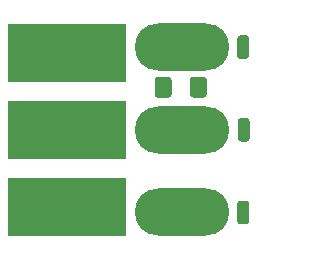
<source format=gbr>
G04 #@! TF.GenerationSoftware,KiCad,Pcbnew,8.0.4+1*
G04 #@! TF.CreationDate,2024-10-21T12:07:58+00:00*
G04 #@! TF.ProjectId,KCD1-102-board,4b434431-2d31-4303-922d-626f6172642e,rev?*
G04 #@! TF.SameCoordinates,Original*
G04 #@! TF.FileFunction,Soldermask,Top*
G04 #@! TF.FilePolarity,Negative*
%FSLAX46Y46*%
G04 Gerber Fmt 4.6, Leading zero omitted, Abs format (unit mm)*
G04 Created by KiCad (PCBNEW 8.0.4+1) date 2024-10-21 12:07:58*
%MOMM*%
%LPD*%
G01*
G04 APERTURE LIST*
%ADD10R,10.000000X5.000000*%
%ADD11O,8.000000X4.000000*%
G04 APERTURE END LIST*
D10*
X90250000Y-70500000D03*
X90250000Y-64000000D03*
G36*
G01*
X97712500Y-67524999D02*
X97712500Y-66275001D01*
G75*
G02*
X97962501Y-66025000I250001J0D01*
G01*
X98887499Y-66025000D01*
G75*
G02*
X99137500Y-66275001I0J-250001D01*
G01*
X99137500Y-67524999D01*
G75*
G02*
X98887499Y-67775000I-250001J0D01*
G01*
X97962501Y-67775000D01*
G75*
G02*
X97712500Y-67524999I0J250001D01*
G01*
G37*
G36*
G01*
X100687500Y-67524999D02*
X100687500Y-66275001D01*
G75*
G02*
X100937501Y-66025000I250001J0D01*
G01*
X101862499Y-66025000D01*
G75*
G02*
X102112500Y-66275001I0J-250001D01*
G01*
X102112500Y-67524999D01*
G75*
G02*
X101862499Y-67775000I-250001J0D01*
G01*
X100937501Y-67775000D01*
G75*
G02*
X100687500Y-67524999I0J250001D01*
G01*
G37*
G36*
G01*
X104750000Y-71250000D02*
X104750000Y-69750000D01*
G75*
G02*
X105000000Y-69500000I250000J0D01*
G01*
X105500000Y-69500000D01*
G75*
G02*
X105750000Y-69750000I0J-250000D01*
G01*
X105750000Y-71250000D01*
G75*
G02*
X105500000Y-71500000I-250000J0D01*
G01*
X105000000Y-71500000D01*
G75*
G02*
X104750000Y-71250000I0J250000D01*
G01*
G37*
X90250000Y-77000000D03*
G36*
G01*
X104700000Y-64250000D02*
X104700000Y-62750000D01*
G75*
G02*
X104950000Y-62500000I250000J0D01*
G01*
X105450000Y-62500000D01*
G75*
G02*
X105700000Y-62750000I0J-250000D01*
G01*
X105700000Y-64250000D01*
G75*
G02*
X105450000Y-64500000I-250000J0D01*
G01*
X104950000Y-64500000D01*
G75*
G02*
X104700000Y-64250000I0J250000D01*
G01*
G37*
G36*
G01*
X104700000Y-78250000D02*
X104700000Y-76750000D01*
G75*
G02*
X104950000Y-76500000I250000J0D01*
G01*
X105450000Y-76500000D01*
G75*
G02*
X105700000Y-76750000I0J-250000D01*
G01*
X105700000Y-78250000D01*
G75*
G02*
X105450000Y-78500000I-250000J0D01*
G01*
X104950000Y-78500000D01*
G75*
G02*
X104700000Y-78250000I0J250000D01*
G01*
G37*
D11*
X100000000Y-63500000D03*
X100000000Y-70500000D03*
X100000000Y-77500000D03*
M02*

</source>
